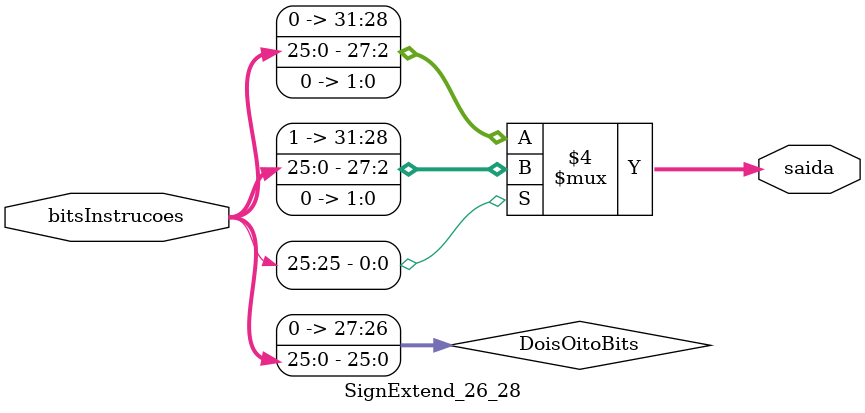
<source format=v>
module SignExtend_26_28 (
    input wire [25:0] bitsInstrucoes,
    output wire [31:0] saida
);                                       

wire [27:0] DoisOitoBits;
assign DoisOitoBits = bitsInstrucoes;

assign saida = (bitsInstrucoes[25] == 1'b1) ? { {4{1'b1}}, {DoisOitoBits<<2} }: { {4'b0}, {DoisOitoBits<<2}};
endmodule
</source>
